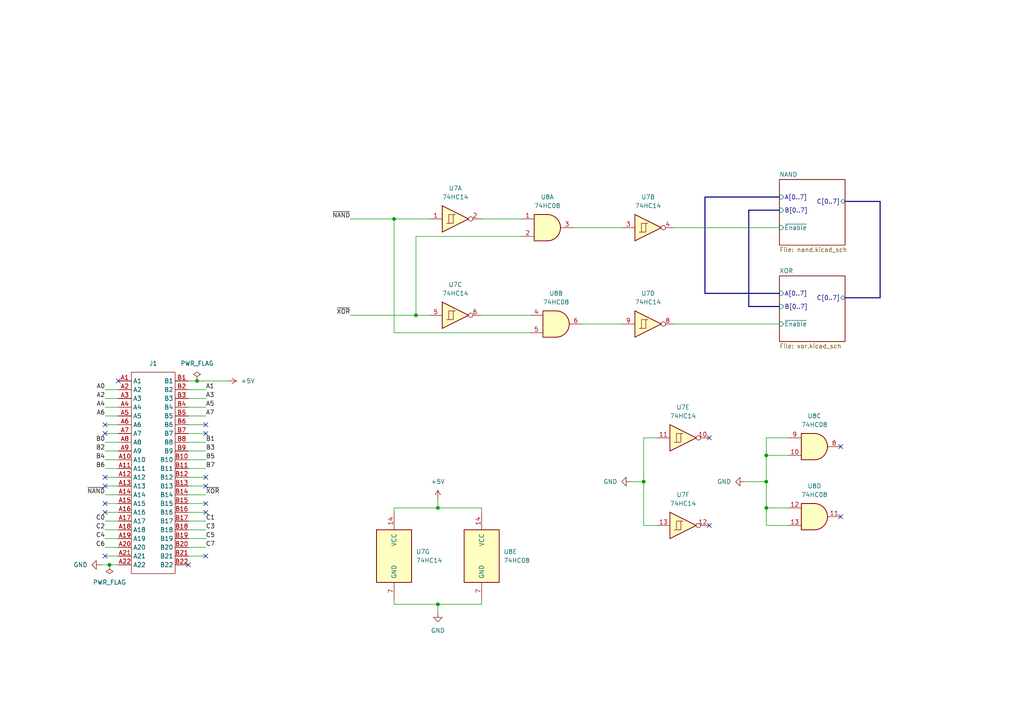
<source format=kicad_sch>
(kicad_sch (version 20231120) (generator "eeschema") (generator_version "8.0")
  (paper "A4")
  (lib_symbols
    (symbol "+5V_1" (power) (pin_numbers hide) (pin_names (offset 0) hide)
      (property "Value" "+5V" (at 0 3.556 0))
      (symbol "+5V_1_0_1"
        (polyline (pts (xy -0.762 1.27) (xy 0 2.54)))
        (polyline (pts (xy 0 0) (xy 0 2.54)))
        (polyline (pts (xy 0 2.54) (xy 0.762 1.27)))
      )
      (symbol "+5V_1_1_1"
        (pin power_in line (at 0 0 90) (length 0) (name "~") (number "1"))
      )
    )
    (symbol "74xx:74HC14" (pin_names (offset 1.016))
      (property "Reference" "U" (at 0 1.27 0))
      (property "Value" "74HC14" (at 0 -1.27 0))
      (symbol "74HC14_1_0"
        (polyline (pts (xy -3.81 3.81) (xy -3.81 -3.81) (xy 3.81 0) (xy -3.81 3.81)) (stroke (width 0.254)) (fill (type background)))
        (pin input line (at -7.62 0 0) (length 3.81) (name "~") (number "1"))
        (pin output inverted (at 7.62 0 180) (length 3.81) (name "~") (number "2"))
      )
      (symbol "74HC14_1_1"
        (polyline (pts (xy -1.905 -1.27) (xy -1.905 1.27) (xy -0.635 1.27)))
        (polyline (pts (xy -2.54 -1.27) (xy -0.635 -1.27) (xy -0.635 1.27) (xy 0 1.27)))
      )
      (symbol "74HC14_2_0"
        (polyline (pts (xy -3.81 3.81) (xy -3.81 -3.81) (xy 3.81 0) (xy -3.81 3.81)) (stroke (width 0.254)) (fill (type background)))
        (pin input line (at -7.62 0 0) (length 3.81) (name "~") (number "3"))
        (pin output inverted (at 7.62 0 180) (length 3.81) (name "~") (number "4"))
      )
      (symbol "74HC14_2_1"
        (polyline (pts (xy -1.905 -1.27) (xy -1.905 1.27) (xy -0.635 1.27)))
        (polyline (pts (xy -2.54 -1.27) (xy -0.635 -1.27) (xy -0.635 1.27) (xy 0 1.27)))
      )
      (symbol "74HC14_3_0"
        (polyline (pts (xy -3.81 3.81) (xy -3.81 -3.81) (xy 3.81 0) (xy -3.81 3.81)) (stroke (width 0.254)) (fill (type background)))
        (pin input line (at -7.62 0 0) (length 3.81) (name "~") (number "5"))
        (pin output inverted (at 7.62 0 180) (length 3.81) (name "~") (number "6"))
      )
      (symbol "74HC14_3_1"
        (polyline (pts (xy -1.905 -1.27) (xy -1.905 1.27) (xy -0.635 1.27)))
        (polyline (pts (xy -2.54 -1.27) (xy -0.635 -1.27) (xy -0.635 1.27) (xy 0 1.27)))
      )
      (symbol "74HC14_4_0"
        (polyline (pts (xy -3.81 3.81) (xy -3.81 -3.81) (xy 3.81 0) (xy -3.81 3.81)) (stroke (width 0.254)) (fill (type background)))
        (pin output inverted (at 7.62 0 180) (length 3.81) (name "~") (number "8"))
        (pin input line (at -7.62 0 0) (length 3.81) (name "~") (number "9"))
      )
      (symbol "74HC14_4_1"
        (polyline (pts (xy -1.905 -1.27) (xy -1.905 1.27) (xy -0.635 1.27)))
        (polyline (pts (xy -2.54 -1.27) (xy -0.635 -1.27) (xy -0.635 1.27) (xy 0 1.27)))
      )
      (symbol "74HC14_5_0"
        (polyline (pts (xy -3.81 3.81) (xy -3.81 -3.81) (xy 3.81 0) (xy -3.81 3.81)) (stroke (width 0.254)) (fill (type background)))
        (pin output inverted (at 7.62 0 180) (length 3.81) (name "~") (number "10"))
        (pin input line (at -7.62 0 0) (length 3.81) (name "~") (number "11"))
      )
      (symbol "74HC14_5_1"
        (polyline (pts (xy -1.905 -1.27) (xy -1.905 1.27) (xy -0.635 1.27)))
        (polyline (pts (xy -2.54 -1.27) (xy -0.635 -1.27) (xy -0.635 1.27) (xy 0 1.27)))
      )
      (symbol "74HC14_6_0"
        (polyline (pts (xy -3.81 3.81) (xy -3.81 -3.81) (xy 3.81 0) (xy -3.81 3.81)) (stroke (width 0.254)) (fill (type background)))
        (pin output inverted (at 7.62 0 180) (length 3.81) (name "~") (number "12"))
        (pin input line (at -7.62 0 0) (length 3.81) (name "~") (number "13"))
      )
      (symbol "74HC14_6_1"
        (polyline (pts (xy -1.905 -1.27) (xy -1.905 1.27) (xy -0.635 1.27)))
        (polyline (pts (xy -2.54 -1.27) (xy -0.635 -1.27) (xy -0.635 1.27) (xy 0 1.27)))
      )
      (symbol "74HC14_7_0"
        (pin power_in line (at 0 12.7 270) (length 5.08) (name "VCC") (number "14"))
        (pin power_in line (at 0 -12.7 90) (length 5.08) (name "GND") (number "7"))
      )
      (symbol "74HC14_7_1"
        (rectangle (start -5.08 7.62) (end 5.08 -7.62) (stroke (width 0.254)) (fill (type background)))
      )
    )
    (symbol "74xx:74LS08" (pin_names (offset 1.016))
      (property "Reference" "U" (at 0 1.27 0))
      (property "Value" "74LS08" (at 0 -1.27 0))
      (symbol "74LS08_1_1"
        (arc (start 0 -3.81) (mid 3.7934 0) (end 0 3.81) (stroke (width 0.254)) (fill (type background)))
        (polyline (pts (xy 0 3.81) (xy -3.81 3.81) (xy -3.81 -3.81) (xy 0 -3.81)) (stroke (width 0.254)) (fill (type background)))
        (pin input line (at -7.62 2.54 0) (length 3.81) (name "~") (number "1"))
        (pin input line (at -7.62 -2.54 0) (length 3.81) (name "~") (number "2"))
        (pin output line (at 7.62 0 180) (length 3.81) (name "~") (number "3"))
      )
      (symbol "74LS08_1_2"
        (arc (start -3.81 -3.81) (mid -2.589 0) (end -3.81 3.81) (stroke (width 0.254)))
        (arc (start -0.6096 -3.81) (mid 2.1842 -2.5851) (end 3.81 0) (stroke (width 0.254)) (fill (type background)))
        (polyline (pts (xy -3.81 -3.81) (xy -0.635 -3.81)) (stroke (width 0.254)) (fill (type background)))
        (polyline (pts (xy -3.81 3.81) (xy -0.635 3.81)) (stroke (width 0.254)) (fill (type background)))
        (polyline (pts (xy -0.635 3.81) (xy -3.81 3.81) (xy -3.81 3.81) (xy -3.556 3.4036) (xy -3.0226 2.2606) (xy -2.6924 1.0414) (xy -2.6162 -0.254) (xy -2.7686 -1.4986) (xy -3.175 -2.7178) (xy -3.81 -3.81) (xy -3.81 -3.81) (xy -0.635 -3.81)) (stroke (width -25.4)) (fill (type background)))
        (arc (start 3.81 0) (mid 2.1915 2.5936) (end -0.6096 3.81) (stroke (width 0.254)) (fill (type background)))
        (pin input inverted (at -7.62 2.54 0) (length 4.318) (name "~") (number "1"))
        (pin input inverted (at -7.62 -2.54 0) (length 4.318) (name "~") (number "2"))
        (pin output inverted (at 7.62 0 180) (length 3.81) (name "~") (number "3"))
      )
      (symbol "74LS08_2_1"
        (arc (start 0 -3.81) (mid 3.7934 0) (end 0 3.81) (stroke (width 0.254)) (fill (type background)))
        (polyline (pts (xy 0 3.81) (xy -3.81 3.81) (xy -3.81 -3.81) (xy 0 -3.81)) (stroke (width 0.254)) (fill (type background)))
        (pin input line (at -7.62 2.54 0) (length 3.81) (name "~") (number "4"))
        (pin input line (at -7.62 -2.54 0) (length 3.81) (name "~") (number "5"))
        (pin output line (at 7.62 0 180) (length 3.81) (name "~") (number "6"))
      )
      (symbol "74LS08_2_2"
        (arc (start -3.81 -3.81) (mid -2.589 0) (end -3.81 3.81) (stroke (width 0.254)))
        (arc (start -0.6096 -3.81) (mid 2.1842 -2.5851) (end 3.81 0) (stroke (width 0.254)) (fill (type background)))
        (polyline (pts (xy -3.81 -3.81) (xy -0.635 -3.81)) (stroke (width 0.254)) (fill (type background)))
        (polyline (pts (xy -3.81 3.81) (xy -0.635 3.81)) (stroke (width 0.254)) (fill (type background)))
        (polyline (pts (xy -0.635 3.81) (xy -3.81 3.81) (xy -3.81 3.81) (xy -3.556 3.4036) (xy -3.0226 2.2606) (xy -2.6924 1.0414) (xy -2.6162 -0.254) (xy -2.7686 -1.4986) (xy -3.175 -2.7178) (xy -3.81 -3.81) (xy -3.81 -3.81) (xy -0.635 -3.81)) (stroke (width -25.4)) (fill (type background)))
        (arc (start 3.81 0) (mid 2.1915 2.5936) (end -0.6096 3.81) (stroke (width 0.254)) (fill (type background)))
        (pin input inverted (at -7.62 2.54 0) (length 4.318) (name "~") (number "4"))
        (pin input inverted (at -7.62 -2.54 0) (length 4.318) (name "~") (number "5"))
        (pin output inverted (at 7.62 0 180) (length 3.81) (name "~") (number "6"))
      )
      (symbol "74LS08_3_1"
        (arc (start 0 -3.81) (mid 3.7934 0) (end 0 3.81) (stroke (width 0.254)) (fill (type background)))
        (polyline (pts (xy 0 3.81) (xy -3.81 3.81) (xy -3.81 -3.81) (xy 0 -3.81)) (stroke (width 0.254)) (fill (type background)))
        (pin input line (at -7.62 -2.54 0) (length 3.81) (name "~") (number "10"))
        (pin output line (at 7.62 0 180) (length 3.81) (name "~") (number "8"))
        (pin input line (at -7.62 2.54 0) (length 3.81) (name "~") (number "9"))
      )
      (symbol "74LS08_3_2"
        (arc (start -3.81 -3.81) (mid -2.589 0) (end -3.81 3.81) (stroke (width 0.254)))
        (arc (start -0.6096 -3.81) (mid 2.1842 -2.5851) (end 3.81 0) (stroke (width 0.254)) (fill (type background)))
        (polyline (pts (xy -3.81 -3.81) (xy -0.635 -3.81)) (stroke (width 0.254)) (fill (type background)))
        (polyline (pts (xy -3.81 3.81) (xy -0.635 3.81)) (stroke (width 0.254)) (fill (type background)))
        (polyline (pts (xy -0.635 3.81) (xy -3.81 3.81) (xy -3.81 3.81) (xy -3.556 3.4036) (xy -3.0226 2.2606) (xy -2.6924 1.0414) (xy -2.6162 -0.254) (xy -2.7686 -1.4986) (xy -3.175 -2.7178) (xy -3.81 -3.81) (xy -3.81 -3.81) (xy -0.635 -3.81)) (stroke (width -25.4)) (fill (type background)))
        (arc (start 3.81 0) (mid 2.1915 2.5936) (end -0.6096 3.81) (stroke (width 0.254)) (fill (type background)))
        (pin input inverted (at -7.62 -2.54 0) (length 4.318) (name "~") (number "10"))
        (pin output inverted (at 7.62 0 180) (length 3.81) (name "~") (number "8"))
        (pin input inverted (at -7.62 2.54 0) (length 4.318) (name "~") (number "9"))
      )
      (symbol "74LS08_4_1"
        (arc (start 0 -3.81) (mid 3.7934 0) (end 0 3.81) (stroke (width 0.254)) (fill (type background)))
        (polyline (pts (xy 0 3.81) (xy -3.81 3.81) (xy -3.81 -3.81) (xy 0 -3.81)) (stroke (width 0.254)) (fill (type background)))
        (pin output line (at 7.62 0 180) (length 3.81) (name "~") (number "11"))
        (pin input line (at -7.62 2.54 0) (length 3.81) (name "~") (number "12"))
        (pin input line (at -7.62 -2.54 0) (length 3.81) (name "~") (number "13"))
      )
      (symbol "74LS08_4_2"
        (arc (start -3.81 -3.81) (mid -2.589 0) (end -3.81 3.81) (stroke (width 0.254)))
        (arc (start -0.6096 -3.81) (mid 2.1842 -2.5851) (end 3.81 0) (stroke (width 0.254)) (fill (type background)))
        (polyline (pts (xy -3.81 -3.81) (xy -0.635 -3.81)) (stroke (width 0.254)) (fill (type background)))
        (polyline (pts (xy -3.81 3.81) (xy -0.635 3.81)) (stroke (width 0.254)) (fill (type background)))
        (polyline (pts (xy -0.635 3.81) (xy -3.81 3.81) (xy -3.81 3.81) (xy -3.556 3.4036) (xy -3.0226 2.2606) (xy -2.6924 1.0414) (xy -2.6162 -0.254) (xy -2.7686 -1.4986) (xy -3.175 -2.7178) (xy -3.81 -3.81) (xy -3.81 -3.81) (xy -0.635 -3.81)) (stroke (width -25.4)) (fill (type background)))
        (arc (start 3.81 0) (mid 2.1915 2.5936) (end -0.6096 3.81) (stroke (width 0.254)) (fill (type background)))
        (pin output inverted (at 7.62 0 180) (length 3.81) (name "~") (number "11"))
        (pin input inverted (at -7.62 2.54 0) (length 4.318) (name "~") (number "12"))
        (pin input inverted (at -7.62 -2.54 0) (length 4.318) (name "~") (number "13"))
      )
      (symbol "74LS08_5_0"
        (pin power_in line (at 0 12.7 270) (length 5.08) (name "VCC") (number "14"))
        (pin power_in line (at 0 -12.7 90) (length 5.08) (name "GND") (number "7"))
      )
      (symbol "74LS08_5_1"
        (rectangle (start -5.08 7.62) (end 5.08 -7.62) (stroke (width 0.254)) (fill (type background)))
      )
    )
    (symbol "BoardEdgeConnectors:TE-5530843-4"
      (property "Reference" "J" (at -0.254 30.988 0))
      (symbol "TE-5530843-4_0_1"
        (rectangle (start -6.35 29.21) (end 6.35 -29.21))
      )
      (symbol "TE-5530843-4_1_1"
        (pin passive line (at -10.16 26.67 0) (length 3.81) (name "A1") (number "A1"))
        (pin passive line (at -10.16 3.81 0) (length 3.81) (name "A10") (number "A10"))
        (pin passive line (at -10.16 1.27 0) (length 3.81) (name "A11") (number "A11"))
        (pin passive line (at -10.16 -1.27 0) (length 3.81) (name "A12") (number "A12"))
        (pin passive line (at -10.16 -3.81 0) (length 3.81) (name "A13") (number "A13"))
        (pin passive line (at -10.16 -6.35 0) (length 3.81) (name "A14") (number "A14"))
        (pin passive line (at -10.16 -8.89 0) (length 3.81) (name "A15") (number "A15"))
        (pin passive line (at -10.16 -11.43 0) (length 3.81) (name "A16") (number "A16"))
        (pin passive line (at -10.16 -13.97 0) (length 3.81) (name "A17") (number "A17"))
        (pin passive line (at -10.16 -16.51 0) (length 3.81) (name "A18") (number "A18"))
        (pin passive line (at -10.16 -19.05 0) (length 3.81) (name "A19") (number "A19"))
        (pin passive line (at -10.16 24.13 0) (length 3.81) (name "A2") (number "A2"))
        (pin passive line (at -10.16 -21.59 0) (length 3.81) (name "A20") (number "A20"))
        (pin passive line (at -10.16 -24.13 0) (length 3.81) (name "A21") (number "A21"))
        (pin passive line (at -10.16 -26.67 0) (length 3.81) (name "A22") (number "A22"))
        (pin passive line (at -10.16 21.59 0) (length 3.81) (name "A3") (number "A3"))
        (pin passive line (at -10.16 19.05 0) (length 3.81) (name "A4") (number "A4"))
        (pin passive line (at -10.16 16.51 0) (length 3.81) (name "A5") (number "A5"))
        (pin passive line (at -10.16 13.97 0) (length 3.81) (name "A6") (number "A6"))
        (pin passive line (at -10.16 11.43 0) (length 3.81) (name "A7") (number "A7"))
        (pin passive line (at -10.16 8.89 0) (length 3.81) (name "A8") (number "A8"))
        (pin passive line (at -10.16 6.35 0) (length 3.81) (name "A9") (number "A9"))
        (pin passive line (at 10.16 26.67 180) (length 3.81) (name "B1") (number "B1"))
        (pin passive line (at 10.16 3.81 180) (length 3.81) (name "B10") (number "B10"))
        (pin passive line (at 10.16 1.27 180) (length 3.81) (name "B11") (number "B11"))
        (pin passive line (at 10.16 -1.27 180) (length 3.81) (name "B12") (number "B12"))
        (pin passive line (at 10.16 -3.81 180) (length 3.81) (name "B13") (number "B13"))
        (pin passive line (at 10.16 -6.35 180) (length 3.81) (name "B14") (number "B14"))
        (pin passive line (at 10.16 -8.89 180) (length 3.81) (name "B15") (number "B15"))
        (pin passive line (at 10.16 -11.43 180) (length 3.81) (name "B16") (number "B16"))
        (pin passive line (at 10.16 -13.97 180) (length 3.81) (name "B17") (number "B17"))
        (pin passive line (at 10.16 -16.51 180) (length 3.81) (name "B18") (number "B18"))
        (pin passive line (at 10.16 -19.05 180) (length 3.81) (name "B19") (number "B19"))
        (pin passive line (at 10.16 24.13 180) (length 3.81) (name "B2") (number "B2"))
        (pin passive line (at 10.16 -21.59 180) (length 3.81) (name "B20") (number "B20"))
        (pin passive line (at 10.16 -24.13 180) (length 3.81) (name "B21") (number "B21"))
        (pin passive line (at 10.16 -26.67 180) (length 3.81) (name "B22") (number "B22"))
        (pin passive line (at 10.16 21.59 180) (length 3.81) (name "B3") (number "B3"))
        (pin passive line (at 10.16 19.05 180) (length 3.81) (name "B4") (number "B4"))
        (pin passive line (at 10.16 16.51 180) (length 3.81) (name "B5") (number "B5"))
        (pin passive line (at 10.16 13.97 180) (length 3.81) (name "B6") (number "B6"))
        (pin passive line (at 10.16 11.43 180) (length 3.81) (name "B7") (number "B7"))
        (pin passive line (at 10.16 8.89 180) (length 3.81) (name "B8") (number "B8"))
        (pin passive line (at 10.16 6.35 180) (length 3.81) (name "B9") (number "B9"))
      )
    )
    (symbol "GND_1" (power) (pin_numbers hide) (pin_names (offset 0) hide)
      (property "Value" "GND" (at 0 -3.81 0))
      (symbol "GND_1_0_1"
        (polyline (pts (xy 0 0) (xy 0 -1.27) (xy 1.27 -1.27) (xy 0 -2.54) (xy -1.27 -1.27) (xy 0 -1.27)))
      )
      (symbol "GND_1_1_1"
        (pin power_in line (at 0 0 270) (length 0) (name "~") (number "1"))
      )
    )
    (symbol "GND_2" (power) (pin_numbers hide) (pin_names (offset 0) hide)
      (property "Value" "GND" (at 0 -3.81 0))
      (symbol "GND_2_0_1"
        (polyline (pts (xy 0 0) (xy 0 -1.27) (xy 1.27 -1.27) (xy 0 -2.54) (xy -1.27 -1.27) (xy 0 -1.27)))
      )
      (symbol "GND_2_1_1"
        (pin power_in line (at 0 0 270) (length 0) (name "~") (number "1"))
      )
    )
    (symbol "GND_3" (power) (pin_numbers hide) (pin_names (offset 0) hide)
      (property "Value" "GND" (at 0 -3.81 0))
      (symbol "GND_3_0_1"
        (polyline (pts (xy 0 0) (xy 0 -1.27) (xy 1.27 -1.27) (xy 0 -2.54) (xy -1.27 -1.27) (xy 0 -1.27)))
      )
      (symbol "GND_3_1_1"
        (pin power_in line (at 0 0 270) (length 0) (name "~") (number "1"))
      )
    )
    (symbol "power:+5V" (power) (pin_names (offset 0))
      (property "Value" "+5V" (at 0 3.556 0))
      (symbol "+5V_0_1"
        (polyline (pts (xy -0.762 1.27) (xy 0 2.54)))
        (polyline (pts (xy 0 0) (xy 0 2.54)))
        (polyline (pts (xy 0 2.54) (xy 0.762 1.27)))
      )
      (symbol "+5V_1_1"
        (pin power_in line (at 0 0 90) (length 0) hide (name "+5V") (number "1"))
      )
    )
    (symbol "power:GND" (power) (pin_names (offset 0))
      (property "Value" "GND" (at 0 -3.81 0))
      (symbol "GND_0_1"
        (polyline (pts (xy 0 0) (xy 0 -1.27) (xy 1.27 -1.27) (xy 0 -2.54) (xy -1.27 -1.27) (xy 0 -1.27)))
      )
      (symbol "GND_1_1"
        (pin power_in line (at 0 0 270) (length 0) hide (name "GND") (number "1"))
      )
    )
    (symbol "power:PWR_FLAG" (power) (pin_numbers hide) (pin_names (offset 0) hide)
      (property "Value" "PWR_FLAG" (at 0 3.81 0))
      (symbol "PWR_FLAG_0_0"
        (pin power_out line (at 0 0 90) (length 0) (name "~") (number "1"))
      )
      (symbol "PWR_FLAG_0_1"
        (polyline (pts (xy 0 0) (xy 0 1.27) (xy -1.016 1.905) (xy 0 2.54) (xy 1.016 1.905) (xy 0 1.27)))
      )
    )
  )
  (junction (at 222.25 132.08))
  (junction (at 57.15 110.49))
  (junction (at 222.25 139.7))
  (junction (at 31.75 163.83))
  (junction (at 114.3 63.5))
  (junction (at 222.25 147.32))
  (junction (at 120.65 91.44))
  (junction (at 127 175.26))
  (junction (at 186.69 139.7))
  (junction (at 127 147.32))
  (no_connect (at 54.61 163.83))
  (no_connect (at 59.69 123.19))
  (no_connect (at 30.48 146.05))
  (no_connect (at 30.48 125.73))
  (no_connect (at 243.84 149.86))
  (no_connect (at 59.69 125.73))
  (no_connect (at 205.74 127))
  (no_connect (at 30.48 148.59))
  (no_connect (at 59.69 161.29))
  (no_connect (at 205.74 152.4))
  (no_connect (at 30.48 161.29))
  (no_connect (at 59.69 138.43))
  (no_connect (at 30.48 123.19))
  (no_connect (at 59.69 146.05))
  (no_connect (at 30.48 138.43))
  (no_connect (at 59.69 148.59))
  (no_connect (at 30.48 140.97))
  (no_connect (at 34.29 110.49))
  (no_connect (at 59.69 140.97))
  (no_connect (at 243.84 129.54))
  (wire (pts (xy 54.61 125.73) (xy 59.69 125.73)))
  (wire (pts (xy 30.48 133.35) (xy 34.29 133.35)))
  (wire (pts (xy 54.61 110.49) (xy 57.15 110.49)))
  (wire (pts (xy 54.61 146.05) (xy 59.69 146.05)))
  (wire (pts (xy 215.9 139.7) (xy 222.25 139.7)))
  (bus (pts (xy 255.27 58.42) (xy 255.27 86.36)))
  (wire (pts (xy 57.15 110.49) (xy 66.04 110.49)))
  (wire (pts (xy 127 175.26) (xy 139.7 175.26)))
  (wire (pts (xy 30.48 153.67) (xy 34.29 153.67)))
  (wire (pts (xy 54.61 118.11) (xy 59.69 118.11)))
  (wire (pts (xy 222.25 127) (xy 222.25 132.08)))
  (bus (pts (xy 245.11 58.42) (xy 255.27 58.42)))
  (wire (pts (xy 190.5 127) (xy 186.69 127)))
  (wire (pts (xy 139.7 91.44) (xy 153.67 91.44)))
  (wire (pts (xy 151.13 68.58) (xy 120.65 68.58)))
  (wire (pts (xy 54.61 158.75) (xy 59.69 158.75)))
  (wire (pts (xy 139.7 147.32) (xy 139.7 148.59)))
  (wire (pts (xy 222.25 147.32) (xy 228.6 147.32)))
  (bus (pts (xy 226.06 88.9) (xy 217.17 88.9)))
  (wire (pts (xy 30.48 156.21) (xy 34.29 156.21)))
  (wire (pts (xy 168.91 93.98) (xy 180.34 93.98)))
  (wire (pts (xy 120.65 68.58) (xy 120.65 91.44)))
  (wire (pts (xy 30.48 128.27) (xy 34.29 128.27)))
  (wire (pts (xy 222.25 132.08) (xy 222.25 139.7)))
  (wire (pts (xy 186.69 127) (xy 186.69 139.7)))
  (wire (pts (xy 114.3 175.26) (xy 127 175.26)))
  (wire (pts (xy 30.48 113.03) (xy 34.29 113.03)))
  (wire (pts (xy 30.48 120.65) (xy 34.29 120.65)))
  (wire (pts (xy 153.67 96.52) (xy 114.3 96.52)))
  (bus (pts (xy 226.06 57.15) (xy 204.47 57.15)))
  (wire (pts (xy 222.25 152.4) (xy 228.6 152.4)))
  (wire (pts (xy 195.58 66.04) (xy 226.06 66.04)))
  (wire (pts (xy 101.6 91.44) (xy 120.65 91.44)))
  (wire (pts (xy 114.3 63.5) (xy 124.46 63.5)))
  (wire (pts (xy 54.61 115.57) (xy 59.69 115.57)))
  (wire (pts (xy 186.69 139.7) (xy 186.69 152.4)))
  (wire (pts (xy 30.48 148.59) (xy 34.29 148.59)))
  (wire (pts (xy 139.7 173.99) (xy 139.7 175.26)))
  (bus (pts (xy 217.17 60.96) (xy 226.06 60.96)))
  (wire (pts (xy 54.61 140.97) (xy 59.69 140.97)))
  (wire (pts (xy 54.61 133.35) (xy 59.69 133.35)))
  (wire (pts (xy 120.65 91.44) (xy 124.46 91.44)))
  (wire (pts (xy 114.3 147.32) (xy 127 147.32)))
  (wire (pts (xy 139.7 63.5) (xy 151.13 63.5)))
  (bus (pts (xy 204.47 57.15) (xy 204.47 85.09)))
  (wire (pts (xy 222.25 132.08) (xy 228.6 132.08)))
  (wire (pts (xy 54.61 156.21) (xy 59.69 156.21)))
  (wire (pts (xy 54.61 143.51) (xy 59.69 143.51)))
  (wire (pts (xy 30.48 118.11) (xy 34.29 118.11)))
  (wire (pts (xy 127 175.26) (xy 127 177.8)))
  (wire (pts (xy 222.25 147.32) (xy 222.25 152.4)))
  (bus (pts (xy 245.11 86.36) (xy 255.27 86.36)))
  (wire (pts (xy 114.3 148.59) (xy 114.3 147.32)))
  (wire (pts (xy 54.61 130.81) (xy 59.69 130.81)))
  (wire (pts (xy 127 147.32) (xy 139.7 147.32)))
  (wire (pts (xy 30.48 130.81) (xy 34.29 130.81)))
  (bus (pts (xy 217.17 88.9) (xy 217.17 60.96)))
  (wire (pts (xy 30.48 158.75) (xy 34.29 158.75)))
  (wire (pts (xy 54.61 151.13) (xy 59.69 151.13)))
  (wire (pts (xy 30.48 161.29) (xy 34.29 161.29)))
  (wire (pts (xy 127 144.78) (xy 127 147.32)))
  (wire (pts (xy 54.61 113.03) (xy 59.69 113.03)))
  (wire (pts (xy 30.48 140.97) (xy 34.29 140.97)))
  (wire (pts (xy 30.48 125.73) (xy 34.29 125.73)))
  (wire (pts (xy 54.61 120.65) (xy 59.69 120.65)))
  (wire (pts (xy 222.25 139.7) (xy 222.25 147.32)))
  (wire (pts (xy 195.58 93.98) (xy 226.06 93.98)))
  (wire (pts (xy 186.69 152.4) (xy 190.5 152.4)))
  (wire (pts (xy 30.48 135.89) (xy 34.29 135.89)))
  (wire (pts (xy 30.48 138.43) (xy 34.29 138.43)))
  (wire (pts (xy 54.61 161.29) (xy 59.69 161.29)))
  (wire (pts (xy 30.48 115.57) (xy 34.29 115.57)))
  (wire (pts (xy 114.3 173.99) (xy 114.3 175.26)))
  (wire (pts (xy 30.48 151.13) (xy 34.29 151.13)))
  (wire (pts (xy 54.61 148.59) (xy 59.69 148.59)))
  (wire (pts (xy 30.48 143.51) (xy 34.29 143.51)))
  (wire (pts (xy 29.21 163.83) (xy 31.75 163.83)))
  (wire (pts (xy 54.61 153.67) (xy 59.69 153.67)))
  (wire (pts (xy 30.48 146.05) (xy 34.29 146.05)))
  (bus (pts (xy 204.47 85.09) (xy 226.06 85.09)))
  (wire (pts (xy 54.61 135.89) (xy 59.69 135.89)))
  (wire (pts (xy 114.3 63.5) (xy 114.3 96.52)))
  (wire (pts (xy 228.6 127) (xy 222.25 127)))
  (wire (pts (xy 166.37 66.04) (xy 180.34 66.04)))
  (wire (pts (xy 54.61 123.19) (xy 59.69 123.19)))
  (wire (pts (xy 30.48 123.19) (xy 34.29 123.19)))
  (wire (pts (xy 31.75 163.83) (xy 34.29 163.83)))
  (wire (pts (xy 54.61 138.43) (xy 59.69 138.43)))
  (wire (pts (xy 54.61 128.27) (xy 59.69 128.27)))
  (wire (pts (xy 182.88 139.7) (xy 186.69 139.7)))
  (wire (pts (xy 101.6 63.5) (xy 114.3 63.5)))
  (label "C4" (at 30.48 156.21 180))
  (label "A0" (at 30.48 113.03 180))
  (label "A6" (at 30.48 120.65 180))
  (label "B0" (at 30.48 128.27 180))
  (label "B2" (at 30.48 130.81 180))
  (label "C0" (at 30.48 151.13 180))
  (label "C1" (at 59.69 151.13 0))
  (label "B7" (at 59.69 135.89 0))
  (label "A5" (at 59.69 118.11 0))
  (label "C2" (at 30.48 153.67 180))
  (label "A4" (at 30.48 118.11 180))
  (label "B6" (at 30.48 135.89 180))
  (label "C7" (at 59.69 158.75 0))
  (label "A7" (at 59.69 120.65 0))
  (label "A3" (at 59.69 115.57 0))
  (label "A2" (at 30.48 115.57 180))
  (label "B5" (at 59.69 133.35 0))
  (label "C5" (at 59.69 156.21 0))
  (label "C6" (at 30.48 158.75 180))
  (label "C3" (at 59.69 153.67 0))
  (label "A1" (at 59.69 113.03 0))
  (label "~{NAND}" (at 101.6 63.5 180))
  (label "~{XOR}" (at 59.69 143.51 0))
  (label "~{XOR}" (at 101.6 91.44 180))
  (label "~{NAND}" (at 30.48 143.51 180))
  (label "B1" (at 59.69 128.27 0))
  (label "B3" (at 59.69 130.81 0))
  (label "B4" (at 30.48 133.35 180))
  (symbol (lib_id "74xx:74HC14") (at 132.08 63.5 0) (unit 1)
    (property "Reference" "U7" (at 132.08 54.61 0))
    (property "Value" "74HC14" (at 132.08 57.15 0))
    (property "Footprint" "Package_SO:SOIC-14_3.9x8.7mm_P1.27mm" (effects (hide yes)))
    (property "Datasheet" "https://www.lcsc.com/datasheet/lcsc_datasheet_2407241044_Nexperia-74HC14D-653_C5605.pdf" (effects (hide yes)))
    (property "Description" "Hex inverter schmitt trigger" (effects (hide yes)))
    (property "LCSC" "C5605" (effects (hide yes)))
  )
  (symbol (lib_id "power:PWR_FLAG") (at 31.75 163.83 180) (unit 1)
    (property "Reference" "#FLG01" (effects (hide yes)))
    (property "Value" "PWR_FLAG" (at 31.75 168.91 0))
    (property "Description" "Special symbol for telling ERC where power comes from" (effects (hide yes)))
  )
  (symbol (lib_name "+5V_1") (lib_id "power:+5V") (at 127 144.78 0) (unit 1)
    (property "Reference" "#PWR028" (effects (hide yes)))
    (property "Value" "+5V" (at 127 139.7 0))
    (property "Description" "Power symbol creates a global label with name \"+5V\"" (effects (hide yes)))
  )
  (symbol (lib_id "power:GND") (at 29.21 163.83 270) (unit 1)
    (property "Reference" "#PWR01" (effects (hide yes)))
    (property "Value" "GND" (at 25.4 163.8299 90) (effects (justify right)))
    (property "Description" "Power symbol creates a global label with name \"GND\" , ground" (effects (hide yes)))
  )
  (symbol (lib_id "74xx:74LS08") (at 236.22 129.54 0) (unit 3)
    (property "Reference" "U8" (at 236.2117 120.65 0))
    (property "Value" "74HC08" (at 236.2117 123.19 0))
    (property "Footprint" "Package_SO:SOIC-14_3.9x8.7mm_P1.27mm" (effects (hide yes)))
    (property "Datasheet" "https://www.lcsc.com/datasheet/lcsc_datasheet_2407241044_Nexperia-74HC08D-653_C5593.pdf" (effects (hide yes)))
    (property "Description" "Quad And2" (effects (hide yes)))
    (property "LCSC" "C5593" (effects (hide yes)))
  )
  (symbol (lib_id "74xx:74HC14") (at 198.12 127 0) (unit 5)
    (property "Reference" "U7" (at 198.12 118.11 0))
    (property "Value" "74HC14" (at 198.12 120.65 0))
    (property "Footprint" "Package_SO:SOIC-14_3.9x8.7mm_P1.27mm" (effects (hide yes)))
    (property "Datasheet" "https://www.lcsc.com/datasheet/lcsc_datasheet_2407241044_Nexperia-74HC14D-653_C5605.pdf" (effects (hide yes)))
    (property "Description" "Hex inverter schmitt trigger" (effects (hide yes)))
    (property "LCSC" "C5605" (effects (hide yes)))
  )
  (symbol (lib_id "BoardEdgeConnectors:TE-5530843-4") (at 44.45 137.16 0) (unit 1)
    (property "Reference" "J1" (at 44.45 105.41 0))
    (property "Footprint" "BoardEdgeConnectors:TE-5530843-4-Edge" (effects (hide yes)))
    (property "Datasheet" "https://www.te.com/en/product-5530843-4.html" (effects (hide yes)))
    (property "Description" "44 contact board edge connector" (effects (hide yes)))
  )
  (symbol (lib_id "74xx:74LS08") (at 139.7 161.29 0) (unit 5)
    (property "Reference" "U8" (at 146.05 160.0199 0) (effects (justify left)))
    (property "Value" "74HC08" (at 146.05 162.5599 0) (effects (justify left)))
    (property "Footprint" "Package_SO:SOIC-14_3.9x8.7mm_P1.27mm" (effects (hide yes)))
    (property "Datasheet" "https://www.lcsc.com/datasheet/lcsc_datasheet_2407241044_Nexperia-74HC08D-653_C5593.pdf" (effects (hide yes)))
    (property "Description" "Quad And2" (effects (hide yes)))
    (property "LCSC" "C5593" (effects (hide yes)))
  )
  (symbol (lib_id "74xx:74HC14") (at 187.96 93.98 0) (unit 4)
    (property "Reference" "U7" (at 187.96 85.09 0))
    (property "Value" "74HC14" (at 187.96 87.63 0))
    (property "Footprint" "Package_SO:SOIC-14_3.9x8.7mm_P1.27mm" (effects (hide yes)))
    (property "Datasheet" "https://www.lcsc.com/datasheet/lcsc_datasheet_2407241044_Nexperia-74HC14D-653_C5605.pdf" (effects (hide yes)))
    (property "Description" "Hex inverter schmitt trigger" (effects (hide yes)))
    (property "LCSC" "C5605" (effects (hide yes)))
  )
  (symbol (lib_id "74xx:74HC14") (at 114.3 161.29 0) (unit 7)
    (property "Reference" "U7" (at 120.65 160.0199 0) (effects (justify left)))
    (property "Value" "74HC14" (at 120.65 162.5599 0) (effects (justify left)))
    (property "Footprint" "Package_SO:SOIC-14_3.9x8.7mm_P1.27mm" (effects (hide yes)))
    (property "Datasheet" "https://www.lcsc.com/datasheet/lcsc_datasheet_2407241044_Nexperia-74HC14D-653_C5605.pdf" (effects (hide yes)))
    (property "Description" "Hex inverter schmitt trigger" (effects (hide yes)))
    (property "LCSC" "C5605" (effects (hide yes)))
  )
  (symbol (lib_id "74xx:74LS08") (at 158.75 66.04 0) (unit 1)
    (property "Reference" "U8" (at 158.7417 57.15 0))
    (property "Value" "74HC08" (at 158.7417 59.69 0))
    (property "Footprint" "Package_SO:SOIC-14_3.9x8.7mm_P1.27mm" (effects (hide yes)))
    (property "Datasheet" "https://www.lcsc.com/datasheet/lcsc_datasheet_2407241044_Nexperia-74HC08D-653_C5593.pdf" (effects (hide yes)))
    (property "Description" "Quad And2" (effects (hide yes)))
    (property "LCSC" "C5593" (effects (hide yes)))
  )
  (symbol (lib_name "GND_2") (lib_id "power:GND") (at 182.88 139.7 270) (unit 1)
    (property "Reference" "#PWR029" (effects (hide yes)))
    (property "Value" "GND" (at 179.07 139.6999 90) (effects (justify right)))
    (property "Description" "Power symbol creates a global label with name \"GND\" , ground" (effects (hide yes)))
  )
  (symbol (lib_id "74xx:74LS08") (at 161.29 93.98 0) (unit 2)
    (property "Reference" "U8" (at 161.2817 85.09 0))
    (property "Value" "74HC08" (at 161.2817 87.63 0))
    (property "Footprint" "Package_SO:SOIC-14_3.9x8.7mm_P1.27mm" (effects (hide yes)))
    (property "Datasheet" "https://www.lcsc.com/datasheet/lcsc_datasheet_2407241044_Nexperia-74HC08D-653_C5593.pdf" (effects (hide yes)))
    (property "Description" "Quad And2" (effects (hide yes)))
    (property "LCSC" "C5593" (effects (hide yes)))
  )
  (symbol (lib_name "GND_3") (lib_id "power:GND") (at 215.9 139.7 270) (unit 1)
    (property "Reference" "#PWR030" (effects (hide yes)))
    (property "Value" "GND" (at 212.09 139.6999 90) (effects (justify right)))
    (property "Description" "Power symbol creates a global label with name \"GND\" , ground" (effects (hide yes)))
  )
  (symbol (lib_id "74xx:74HC14") (at 198.12 152.4 0) (unit 6)
    (property "Reference" "U7" (at 198.12 143.51 0))
    (property "Value" "74HC14" (at 198.12 146.05 0))
    (property "Footprint" "Package_SO:SOIC-14_3.9x8.7mm_P1.27mm" (effects (hide yes)))
    (property "Datasheet" "https://www.lcsc.com/datasheet/lcsc_datasheet_2407241044_Nexperia-74HC14D-653_C5605.pdf" (effects (hide yes)))
    (property "Description" "Hex inverter schmitt trigger" (effects (hide yes)))
    (property "LCSC" "C5605" (effects (hide yes)))
  )
  (symbol (lib_id "power:+5V") (at 66.04 110.49 270) (unit 1)
    (property "Reference" "#PWR02" (effects (hide yes)))
    (property "Value" "+5V" (at 69.85 110.4899 90) (effects (justify left)))
    (property "Description" "Power symbol creates a global label with name \"+5V\"" (effects (hide yes)))
  )
  (symbol (lib_id "74xx:74HC14") (at 187.96 66.04 0) (unit 2)
    (property "Reference" "U7" (at 187.96 57.15 0))
    (property "Value" "74HC14" (at 187.96 59.69 0))
    (property "Footprint" "Package_SO:SOIC-14_3.9x8.7mm_P1.27mm" (effects (hide yes)))
    (property "Datasheet" "https://www.lcsc.com/datasheet/lcsc_datasheet_2407241044_Nexperia-74HC14D-653_C5605.pdf" (effects (hide yes)))
    (property "Description" "Hex inverter schmitt trigger" (effects (hide yes)))
    (property "LCSC" "C5605" (effects (hide yes)))
  )
  (symbol (lib_id "74xx:74LS08") (at 236.22 149.86 0) (unit 4)
    (property "Reference" "U8" (at 236.2117 140.97 0))
    (property "Value" "74HC08" (at 236.2117 143.51 0))
    (property "Footprint" "Package_SO:SOIC-14_3.9x8.7mm_P1.27mm" (effects (hide yes)))
    (property "Datasheet" "https://www.lcsc.com/datasheet/lcsc_datasheet_2407241044_Nexperia-74HC08D-653_C5593.pdf" (effects (hide yes)))
    (property "Description" "Quad And2" (effects (hide yes)))
    (property "LCSC" "C5593" (effects (hide yes)))
  )
  (symbol (lib_id "power:PWR_FLAG") (at 57.15 110.49 0) (unit 1)
    (property "Reference" "#FLG02" (effects (hide yes)))
    (property "Value" "PWR_FLAG" (at 57.15 105.41 0))
    (property "Description" "Special symbol for telling ERC where power comes from" (effects (hide yes)))
  )
  (symbol (lib_id "74xx:74HC14") (at 132.08 91.44 0) (unit 3)
    (property "Reference" "U7" (at 132.08 82.55 0))
    (property "Value" "74HC14" (at 132.08 85.09 0))
    (property "Footprint" "Package_SO:SOIC-14_3.9x8.7mm_P1.27mm" (effects (hide yes)))
    (property "Datasheet" "https://www.lcsc.com/datasheet/lcsc_datasheet_2407241044_Nexperia-74HC14D-653_C5605.pdf" (effects (hide yes)))
    (property "Description" "Hex inverter schmitt trigger" (effects (hide yes)))
    (property "LCSC" "C5605" (effects (hide yes)))
  )
  (symbol (lib_name "GND_1") (lib_id "power:GND") (at 127 177.8 0) (unit 1)
    (property "Reference" "#PWR027" (effects (hide yes)))
    (property "Value" "GND" (at 127 182.88 0))
    (property "Description" "Power symbol creates a global label with name \"GND\" , ground" (effects (hide yes)))
  )
  (sheet (at 226.06 80.01) (size 19.05 19.05) (stroke (width 0.1524))
    (property "Sheetname" "XOR" (at 226.06 79.2984 0) (effects (justify left bottom)))
    (property "Sheetfile" "xor.kicad_sch" (at 226.06 99.6446 0) (effects (justify left top)))
    (pin "~{Enable}" input (at 226.06 93.98 180))
    (pin "C[0..7]" tri_state (at 245.11 86.36 0))
    (pin "A[0..7]" input (at 226.06 85.09 180))
    (pin "B[0..7]" input (at 226.06 88.9 180))
  )
  (sheet (at 226.06 52.07) (size 19.05 19.05) (stroke (width 0.1524))
    (property "Sheetname" "NAND" (at 226.06 51.3584 0) (effects (justify left bottom)))
    (property "Sheetfile" "nand.kicad_sch" (at 226.06 71.7046 0) (effects (justify left top)))
    (pin "A[0..7]" input (at 226.06 57.15 180))
    (pin "B[0..7]" input (at 226.06 60.96 180))
    (pin "~{Enable}" input (at 226.06 66.04 180))
    (pin "C[0..7]" tri_state (at 245.11 58.42 0))
  )
)
</source>
